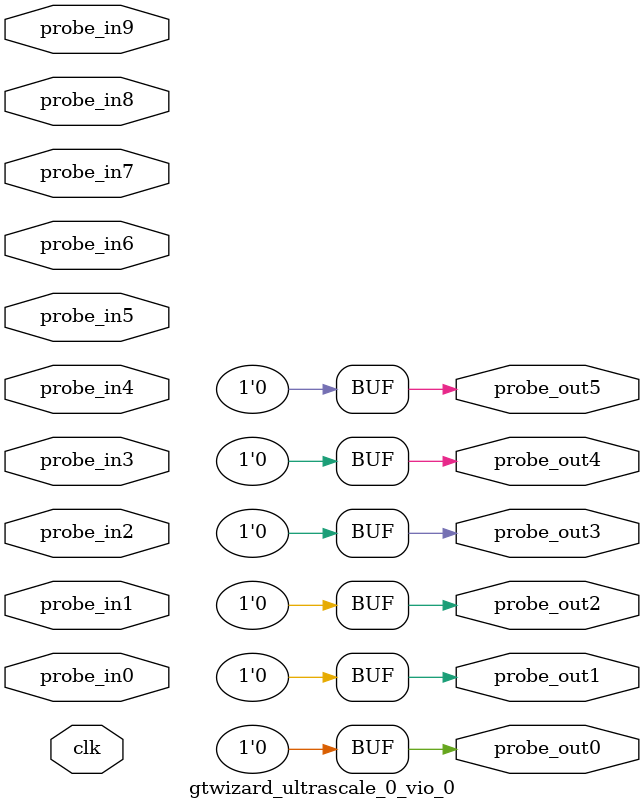
<source format=v>
`timescale 1ns / 1ps
module gtwizard_ultrascale_0_vio_0 (
clk,
probe_in0,probe_in1,probe_in2,probe_in3,probe_in4,probe_in5,probe_in6,probe_in7,probe_in8,probe_in9,
probe_out0,
probe_out1,
probe_out2,
probe_out3,
probe_out4,
probe_out5
);

input clk;
input [0 : 0] probe_in0;
input [0 : 0] probe_in1;
input [0 : 0] probe_in2;
input [3 : 0] probe_in3;
input [3 : 0] probe_in4;
input [3 : 0] probe_in5;
input [3 : 0] probe_in6;
input [0 : 0] probe_in7;
input [0 : 0] probe_in8;
input [11 : 0] probe_in9;

output reg [0 : 0] probe_out0 = 'h0 ;
output reg [0 : 0] probe_out1 = 'h0 ;
output reg [0 : 0] probe_out2 = 'h0 ;
output reg [0 : 0] probe_out3 = 'h0 ;
output reg [0 : 0] probe_out4 = 'h0 ;
output reg [0 : 0] probe_out5 = 'h0 ;


endmodule

</source>
